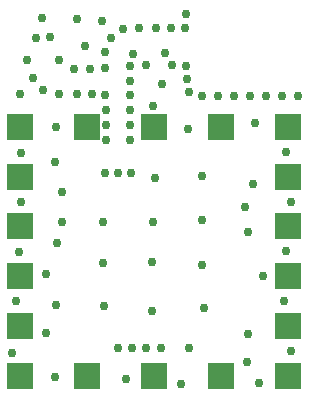
<source format=gbs>
%FSLAX25Y25*%
%MOIN*%
G70*
G01*
G75*
G04 Layer_Color=16711935*
%ADD10C,0.01969*%
%ADD11R,0.04134X0.08661*%
%ADD12R,0.03937X0.04134*%
%ADD13R,0.05118X0.08071*%
%ADD14R,0.04724X0.02756*%
%ADD15R,0.04724X0.04724*%
%ADD16R,0.02756X0.04724*%
%ADD17R,0.09449X0.07480*%
%ADD18R,0.02362X0.01969*%
%ADD19R,0.01969X0.02362*%
%ADD20C,0.01000*%
%ADD21C,0.02200*%
%ADD22R,0.07874X0.07874*%
%ADD23C,0.00394*%
%ADD24R,0.04934X0.09461*%
%ADD25R,0.04737X0.04934*%
%ADD26R,0.05918X0.08871*%
%ADD27R,0.05524X0.03556*%
%ADD28R,0.05524X0.05524*%
%ADD29R,0.03556X0.05524*%
%ADD30R,0.10249X0.08280*%
%ADD31R,0.03162X0.02769*%
%ADD32R,0.02769X0.03162*%
%ADD33C,0.03000*%
%ADD34R,0.08674X0.08674*%
D33*
X323917Y351969D02*
D03*
X330315Y365453D02*
D03*
X306988Y380413D02*
D03*
X369882Y270177D02*
D03*
X280020Y336417D02*
D03*
X368209Y303543D02*
D03*
X369980Y319783D02*
D03*
X367421Y287008D02*
D03*
X276870Y269488D02*
D03*
X278150Y286910D02*
D03*
X279134Y303150D02*
D03*
X280020Y319783D02*
D03*
X307579Y285138D02*
D03*
X307087Y299606D02*
D03*
X307382Y313386D02*
D03*
X324606Y328051D02*
D03*
X340158Y328642D02*
D03*
Y314075D02*
D03*
Y298917D02*
D03*
X340748Y284547D02*
D03*
X323425Y283661D02*
D03*
X323622Y299803D02*
D03*
X323917Y313386D02*
D03*
X368307Y336516D02*
D03*
X357382Y325787D02*
D03*
X355709Y309842D02*
D03*
X360433Y295276D02*
D03*
X355413Y275984D02*
D03*
X355118Y266634D02*
D03*
X359252Y259547D02*
D03*
X333268Y259350D02*
D03*
X314961Y261024D02*
D03*
X291142Y261614D02*
D03*
X288189Y276279D02*
D03*
X291634Y285531D02*
D03*
X288189Y295965D02*
D03*
X292028Y306201D02*
D03*
X298622Y380807D02*
D03*
X301181Y371850D02*
D03*
X326969Y359252D02*
D03*
X357874Y346358D02*
D03*
X335630Y344390D02*
D03*
X291240Y333366D02*
D03*
X291437Y344980D02*
D03*
X287008Y381398D02*
D03*
X279724Y355807D02*
D03*
X334744Y382579D02*
D03*
X354626Y318209D02*
D03*
X284941Y374705D02*
D03*
X372146Y355118D02*
D03*
X366847D02*
D03*
X361549D02*
D03*
X356250D02*
D03*
X350952D02*
D03*
X345653D02*
D03*
X340354D02*
D03*
X335827Y356594D02*
D03*
X335138Y361024D02*
D03*
X335039Y365354D02*
D03*
X327854Y369488D02*
D03*
X321457Y365748D02*
D03*
X317126Y369291D02*
D03*
X316339Y365158D02*
D03*
Y360335D02*
D03*
Y355512D02*
D03*
X316240Y350590D02*
D03*
Y345571D02*
D03*
X316142Y340453D02*
D03*
X316634Y329626D02*
D03*
X312303Y329724D02*
D03*
X307972Y329626D02*
D03*
X334646Y377854D02*
D03*
X330020Y377953D02*
D03*
X324902D02*
D03*
X319193D02*
D03*
X313878Y377461D02*
D03*
X310039Y374508D02*
D03*
X307972Y369783D02*
D03*
Y364469D02*
D03*
X302854Y364370D02*
D03*
X297441D02*
D03*
X292717Y367323D02*
D03*
X289469Y374803D02*
D03*
X281988Y367224D02*
D03*
X283760Y361319D02*
D03*
X287205Y357382D02*
D03*
X292618Y355906D02*
D03*
X298622D02*
D03*
X303642Y356004D02*
D03*
X308071Y355610D02*
D03*
X308366Y350590D02*
D03*
X308268Y345571D02*
D03*
Y340453D02*
D03*
X312220Y271358D02*
D03*
X316945D02*
D03*
X321541D02*
D03*
X326575D02*
D03*
X336024D02*
D03*
X293701Y313386D02*
D03*
Y323130D02*
D03*
D34*
X346531Y262106D02*
D03*
X346531Y344980D02*
D03*
X368799Y295264D02*
D03*
X279724Y278685D02*
D03*
Y295264D02*
D03*
X368799Y278685D02*
D03*
X279724Y345000D02*
D03*
X301993D02*
D03*
X324262D02*
D03*
X368799Y345000D02*
D03*
X368799Y328421D02*
D03*
Y311842D02*
D03*
Y262106D02*
D03*
X324262D02*
D03*
X301993D02*
D03*
X279724D02*
D03*
Y311842D02*
D03*
Y328421D02*
D03*
M02*

</source>
